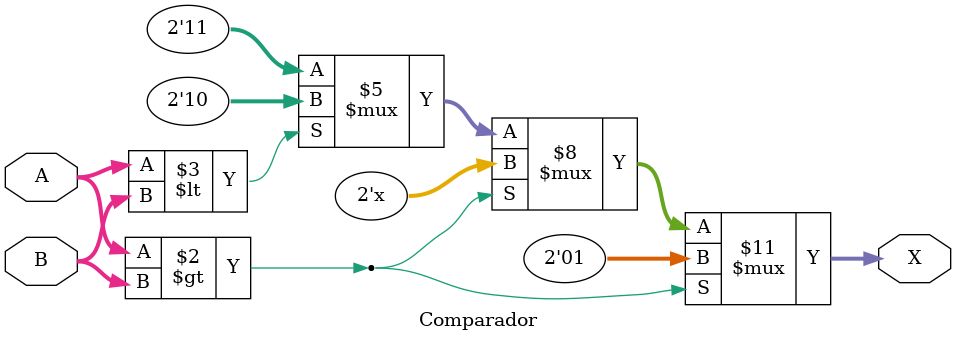
<source format=v>
`timescale 1ns / 1ps
module Comparador(
    input [5:0] A, B,
    output reg [1:0] X
    );

always @(A, B) begin
    if (A > B)
        X = 2'b01;
    else if (A < B)
        X = 2'b10;
    else 
        X = 2'b11;
end


endmodule

</source>
